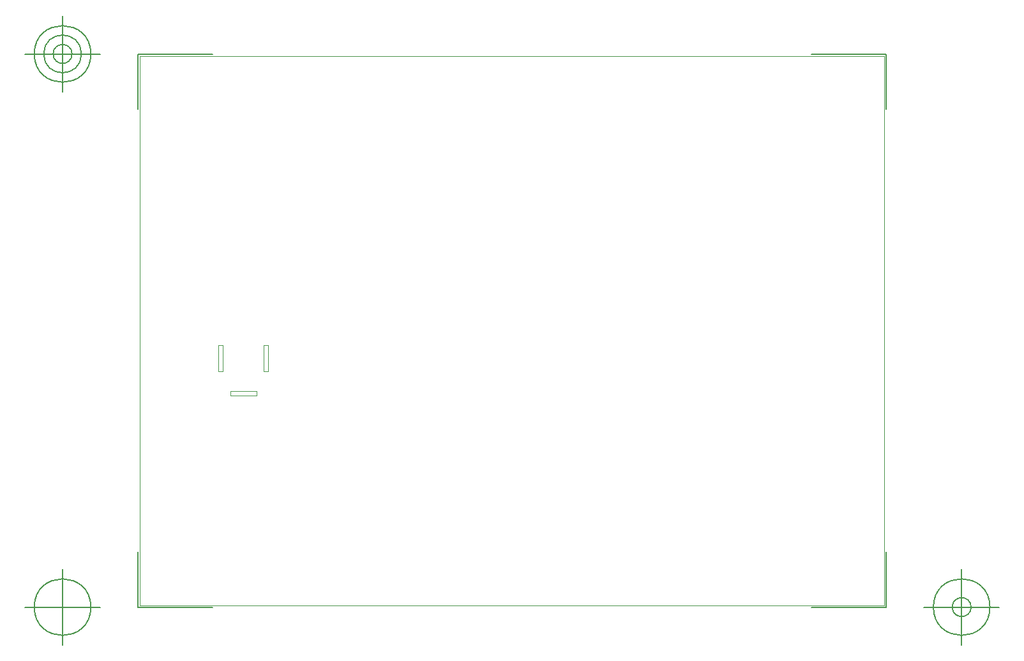
<source format=gbr>
G04 Generated by Ultiboard 14.2 *
%FSLAX34Y34*%
%MOMM*%

%ADD10C,0.0001*%
%ADD11C,0.0010*%
%ADD12C,0.1270*%


G04 ColorRGB 00FFFF for the following layer *
%LNBoard Outline*%
%LPD*%
G54D10*
G54D11*
X-3Y0D02*
X987300Y0D01*
X987300Y728985D01*
X-3Y728985D01*
X-3Y0D01*
X104140Y310440D02*
X110140Y310440D01*
X110140Y345440D01*
X104140Y345440D01*
X104140Y310440D01*
X164360Y310480D02*
X170360Y310480D01*
X170360Y345380D01*
X164360Y345380D01*
X164360Y310480D01*
X119760Y277980D02*
X154860Y277980D01*
X154860Y283980D01*
X119760Y283980D01*
X119760Y277980D01*
G54D12*
X-2543Y-2540D02*
X-2543Y70866D01*
X-2543Y-2540D02*
X96695Y-2540D01*
X989840Y-2540D02*
X890602Y-2540D01*
X989840Y-2540D02*
X989840Y70866D01*
X989840Y731525D02*
X989840Y658118D01*
X989840Y731525D02*
X890602Y731525D01*
X-2543Y731525D02*
X96695Y731525D01*
X-2543Y731525D02*
X-2543Y658118D01*
X-52543Y-2540D02*
X-152543Y-2540D01*
X-102543Y-52540D02*
X-102543Y47460D01*
X-140043Y-2540D02*
G75*
D01*
G02X-140043Y-2540I37500J0*
G01*
X1039840Y-2540D02*
X1139840Y-2540D01*
X1089840Y-52540D02*
X1089840Y47460D01*
X1052340Y-2540D02*
G75*
D01*
G02X1052340Y-2540I37500J0*
G01*
X1077340Y-2540D02*
G75*
D01*
G02X1077340Y-2540I12500J0*
G01*
X-52543Y731525D02*
X-152543Y731525D01*
X-102543Y681525D02*
X-102543Y781525D01*
X-140043Y731525D02*
G75*
D01*
G02X-140043Y731525I37500J0*
G01*
X-127543Y731525D02*
G75*
D01*
G02X-127543Y731525I25000J0*
G01*
X-115043Y731525D02*
G75*
D01*
G02X-115043Y731525I12500J0*
G01*

M02*

</source>
